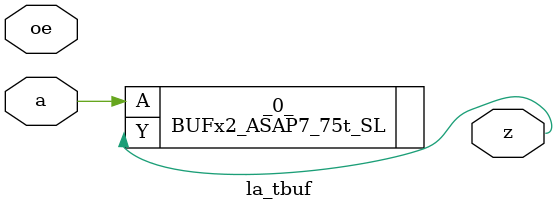
<source format=v>
/* Generated by Yosys 0.37 (git sha1 a5c7f69ed, clang 14.0.0-1ubuntu1.1 -fPIC -Os) */

module la_tbuf(a, oe, z);
  input a;
  wire a;
  input oe;
  wire oe;
  output z;
  wire z;
  BUFx2_ASAP7_75t_SL _0_ (
    .A(a),
    .Y(z)
  );
endmodule

</source>
